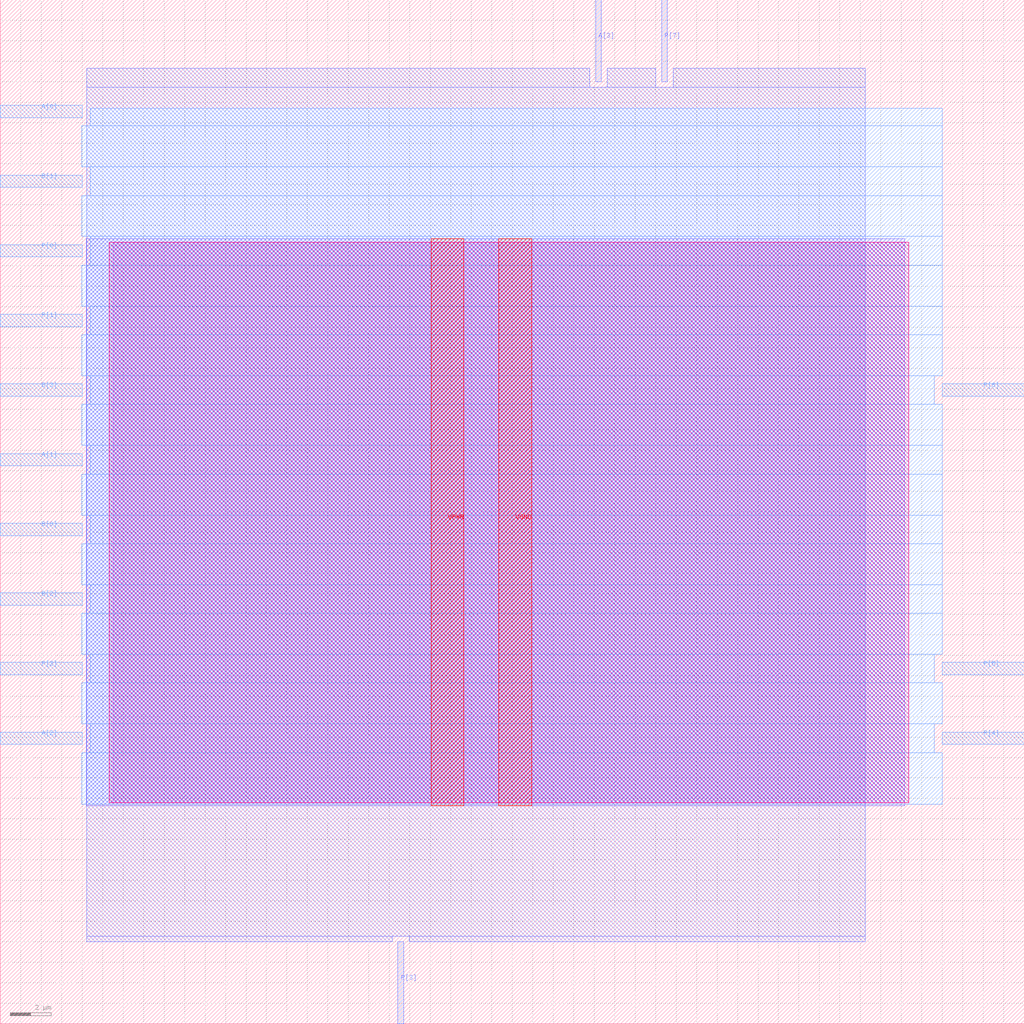
<source format=lef>
VERSION 5.7 ;
  NOWIREEXTENSIONATPIN ON ;
  DIVIDERCHAR "/" ;
  BUSBITCHARS "[]" ;
MACRO mult4_SARSA_RUIDO_e9_SarsaNada_e6_SARSA_RUIDO_e9_SARSA_RUIDO_e9
  CLASS BLOCK ;
  FOREIGN mult4_SARSA_RUIDO_e9_SarsaNada_e6_SARSA_RUIDO_e9_SARSA_RUIDO_e9 ;
  ORIGIN 0.000 0.000 ;
  SIZE 50.000 BY 50.000 ;
  PIN A[0]
    DIRECTION INPUT ;
    USE SIGNAL ;
    ANTENNAGATEAREA 0.196500 ;
    PORT
      LAYER met3 ;
        RECT 0.000 44.240 4.000 44.840 ;
    END
  END A[0]
  PIN A[1]
    DIRECTION INPUT ;
    USE SIGNAL ;
    ANTENNAGATEAREA 0.213000 ;
    PORT
      LAYER met3 ;
        RECT 0.000 27.240 4.000 27.840 ;
    END
  END A[1]
  PIN A[2]
    DIRECTION INPUT ;
    USE SIGNAL ;
    ANTENNAGATEAREA 0.213000 ;
    PORT
      LAYER met3 ;
        RECT 0.000 13.640 4.000 14.240 ;
    END
  END A[2]
  PIN A[3]
    DIRECTION INPUT ;
    USE SIGNAL ;
    ANTENNAGATEAREA 0.196500 ;
    PORT
      LAYER met2 ;
        RECT 29.070 46.000 29.350 50.000 ;
    END
  END A[3]
  PIN B[0]
    DIRECTION INPUT ;
    USE SIGNAL ;
    ANTENNAGATEAREA 0.196500 ;
    PORT
      LAYER met3 ;
        RECT 0.000 23.840 4.000 24.440 ;
    END
  END B[0]
  PIN B[1]
    DIRECTION INPUT ;
    USE SIGNAL ;
    ANTENNAGATEAREA 0.126000 ;
    PORT
      LAYER met3 ;
        RECT 0.000 40.840 4.000 41.440 ;
    END
  END B[1]
  PIN B[2]
    DIRECTION INPUT ;
    USE SIGNAL ;
    ANTENNAGATEAREA 0.213000 ;
    PORT
      LAYER met3 ;
        RECT 0.000 20.440 4.000 21.040 ;
    END
  END B[2]
  PIN B[3]
    DIRECTION INPUT ;
    USE SIGNAL ;
    ANTENNAGATEAREA 0.213000 ;
    PORT
      LAYER met3 ;
        RECT 0.000 30.640 4.000 31.240 ;
    END
  END B[3]
  PIN P[0]
    DIRECTION OUTPUT ;
    USE SIGNAL ;
    ANTENNADIFFAREA 0.445500 ;
    PORT
      LAYER met3 ;
        RECT 0.000 37.440 4.000 38.040 ;
    END
  END P[0]
  PIN P[1]
    DIRECTION OUTPUT ;
    USE SIGNAL ;
    ANTENNADIFFAREA 0.445500 ;
    PORT
      LAYER met3 ;
        RECT 0.000 34.040 4.000 34.640 ;
    END
  END P[1]
  PIN P[2]
    DIRECTION OUTPUT ;
    USE SIGNAL ;
    ANTENNADIFFAREA 0.445500 ;
    PORT
      LAYER met3 ;
        RECT 0.000 17.040 4.000 17.640 ;
    END
  END P[2]
  PIN P[3]
    DIRECTION OUTPUT ;
    USE SIGNAL ;
    ANTENNADIFFAREA 0.445500 ;
    PORT
      LAYER met2 ;
        RECT 19.410 0.000 19.690 4.000 ;
    END
  END P[3]
  PIN P[4]
    DIRECTION OUTPUT ;
    USE SIGNAL ;
    ANTENNADIFFAREA 0.445500 ;
    PORT
      LAYER met3 ;
        RECT 46.000 13.640 50.000 14.240 ;
    END
  END P[4]
  PIN P[5]
    DIRECTION OUTPUT ;
    USE SIGNAL ;
    ANTENNADIFFAREA 0.445500 ;
    PORT
      LAYER met3 ;
        RECT 46.000 17.040 50.000 17.640 ;
    END
  END P[5]
  PIN P[6]
    DIRECTION OUTPUT ;
    USE SIGNAL ;
    ANTENNADIFFAREA 0.445500 ;
    PORT
      LAYER met3 ;
        RECT 46.000 30.640 50.000 31.240 ;
    END
  END P[6]
  PIN P[7]
    DIRECTION OUTPUT ;
    USE SIGNAL ;
    ANTENNADIFFAREA 0.445500 ;
    PORT
      LAYER met2 ;
        RECT 32.290 46.000 32.570 50.000 ;
    END
  END P[7]
  PIN VGND
    DIRECTION INOUT ;
    USE GROUND ;
    PORT
      LAYER met4 ;
        RECT 24.340 10.640 25.940 38.320 ;
    END
  END VGND
  PIN VPWR
    DIRECTION INOUT ;
    USE POWER ;
    PORT
      LAYER met4 ;
        RECT 21.040 10.640 22.640 38.320 ;
    END
  END VPWR
  OBS
      LAYER nwell ;
        RECT 5.330 10.795 44.350 38.165 ;
      LAYER li1 ;
        RECT 5.520 10.795 44.160 38.165 ;
      LAYER met1 ;
        RECT 4.210 10.640 44.160 38.320 ;
      LAYER met2 ;
        RECT 4.230 45.720 28.790 46.650 ;
        RECT 29.630 45.720 32.010 46.650 ;
        RECT 32.850 45.720 42.230 46.650 ;
        RECT 4.230 4.280 42.230 45.720 ;
        RECT 4.230 4.000 19.130 4.280 ;
        RECT 19.970 4.000 42.230 4.280 ;
      LAYER met3 ;
        RECT 4.400 43.840 46.000 44.705 ;
        RECT 3.990 41.840 46.000 43.840 ;
        RECT 4.400 40.440 46.000 41.840 ;
        RECT 3.990 38.440 46.000 40.440 ;
        RECT 4.400 37.040 46.000 38.440 ;
        RECT 3.990 35.040 46.000 37.040 ;
        RECT 4.400 33.640 46.000 35.040 ;
        RECT 3.990 31.640 46.000 33.640 ;
        RECT 4.400 30.240 45.600 31.640 ;
        RECT 3.990 28.240 46.000 30.240 ;
        RECT 4.400 26.840 46.000 28.240 ;
        RECT 3.990 24.840 46.000 26.840 ;
        RECT 4.400 23.440 46.000 24.840 ;
        RECT 3.990 21.440 46.000 23.440 ;
        RECT 4.400 20.040 46.000 21.440 ;
        RECT 3.990 18.040 46.000 20.040 ;
        RECT 4.400 16.640 45.600 18.040 ;
        RECT 3.990 14.640 46.000 16.640 ;
        RECT 4.400 13.240 45.600 14.640 ;
        RECT 3.990 10.715 46.000 13.240 ;
  END
END mult4_SARSA_RUIDO_e9_SarsaNada_e6_SARSA_RUIDO_e9_SARSA_RUIDO_e9
END LIBRARY


</source>
